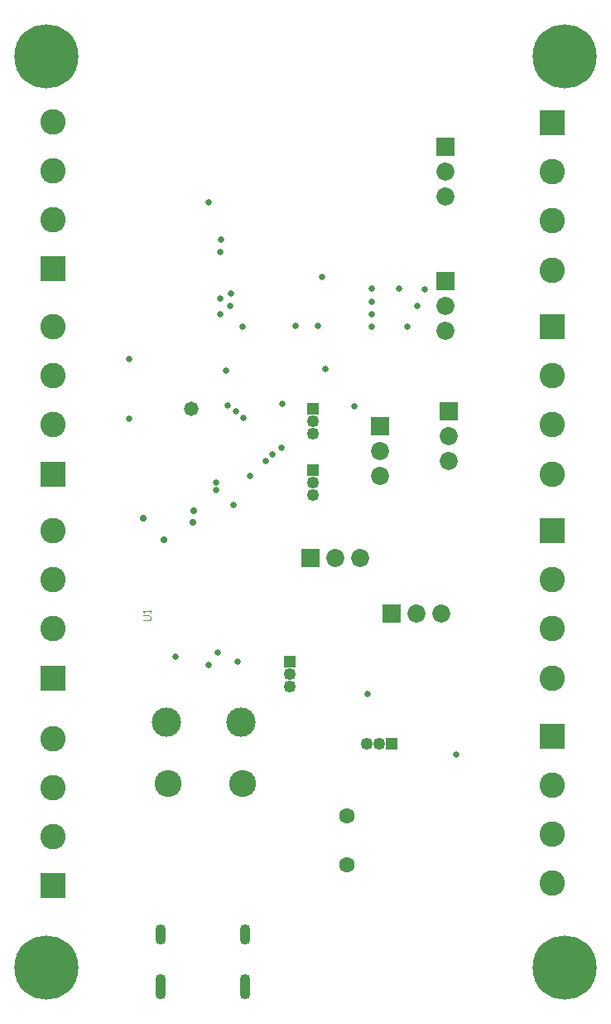
<source format=gbs>
G04*
G04 #@! TF.GenerationSoftware,Altium Limited,Altium Designer,22.7.1 (60)*
G04*
G04 Layer_Color=16711935*
%FSLAX25Y25*%
%MOIN*%
G70*
G04*
G04 #@! TF.SameCoordinates,2BF9A078-D696-49FA-A729-B53DB30398E2*
G04*
G04*
G04 #@! TF.FilePolarity,Negative*
G04*
G01*
G75*
%ADD16C,0.00394*%
%ADD40C,0.10249*%
%ADD41R,0.10249X0.10249*%
%ADD42C,0.25800*%
%ADD43R,0.07284X0.07284*%
%ADD44C,0.07284*%
%ADD45C,0.11800*%
%ADD46R,0.07284X0.07284*%
%ADD47R,0.04934X0.04934*%
%ADD48C,0.04934*%
%ADD49R,0.04934X0.04934*%
%ADD50C,0.10800*%
%ADD51C,0.06312*%
G04:AMPARAMS|DCode=52|XSize=43.31mil|YSize=102.36mil|CornerRadius=21.65mil|HoleSize=0mil|Usage=FLASHONLY|Rotation=0.000|XOffset=0mil|YOffset=0mil|HoleType=Round|Shape=RoundedRectangle|*
%AMROUNDEDRECTD52*
21,1,0.04331,0.05906,0,0,0.0*
21,1,0.00000,0.10236,0,0,0.0*
1,1,0.04331,0.00000,-0.02953*
1,1,0.04331,0.00000,-0.02953*
1,1,0.04331,0.00000,0.02953*
1,1,0.04331,0.00000,0.02953*
%
%ADD52ROUNDEDRECTD52*%
G04:AMPARAMS|DCode=53|XSize=43.31mil|YSize=82.68mil|CornerRadius=21.65mil|HoleSize=0mil|Usage=FLASHONLY|Rotation=0.000|XOffset=0mil|YOffset=0mil|HoleType=Round|Shape=RoundedRectangle|*
%AMROUNDEDRECTD53*
21,1,0.04331,0.03937,0,0,0.0*
21,1,0.00000,0.08268,0,0,0.0*
1,1,0.04331,0.00000,-0.01968*
1,1,0.04331,0.00000,-0.01968*
1,1,0.04331,0.00000,0.01968*
1,1,0.04331,0.00000,0.01968*
%
%ADD53ROUNDEDRECTD53*%
%ADD54C,0.02572*%
%ADD55C,0.02800*%
%ADD56C,0.05800*%
D16*
X156851Y226000D02*
X159475D01*
X160000Y226525D01*
Y227574D01*
X159475Y228099D01*
X156851D01*
X160000Y229149D02*
Y230198D01*
Y229673D01*
X156851D01*
X157376Y229149D01*
D40*
X321728Y120472D02*
D03*
Y140157D02*
D03*
Y159843D02*
D03*
Y366972D02*
D03*
Y386658D02*
D03*
Y406343D02*
D03*
Y284972D02*
D03*
Y304658D02*
D03*
Y324342D02*
D03*
Y202972D02*
D03*
Y222657D02*
D03*
Y242342D02*
D03*
X120772Y426528D02*
D03*
Y406843D02*
D03*
Y387158D02*
D03*
Y344028D02*
D03*
Y324342D02*
D03*
Y304658D02*
D03*
Y262028D02*
D03*
Y242342D02*
D03*
Y222657D02*
D03*
Y178528D02*
D03*
Y158843D02*
D03*
Y139157D02*
D03*
D41*
X321728Y179528D02*
D03*
Y426028D02*
D03*
Y344028D02*
D03*
Y262028D02*
D03*
X120772Y367472D02*
D03*
Y284972D02*
D03*
Y202972D02*
D03*
Y119472D02*
D03*
D42*
X326772Y86614D02*
D03*
X118110D02*
D03*
X326772Y452756D02*
D03*
X118110D02*
D03*
D43*
X257000Y228724D02*
D03*
X224500Y251224D02*
D03*
D44*
X267000Y228724D02*
D03*
X277000D02*
D03*
X252500Y284000D02*
D03*
Y294000D02*
D03*
X244500Y251224D02*
D03*
X234500D02*
D03*
X280000Y290000D02*
D03*
Y300000D02*
D03*
X278724Y342500D02*
D03*
Y352500D02*
D03*
Y396500D02*
D03*
Y406500D02*
D03*
D45*
X196500Y185000D02*
D03*
X166500D02*
D03*
D46*
X252500Y304000D02*
D03*
X280000Y310000D02*
D03*
X278724Y362500D02*
D03*
Y416500D02*
D03*
D47*
X225500Y286500D02*
D03*
Y311000D02*
D03*
X216000Y209500D02*
D03*
D48*
X225500Y281500D02*
D03*
Y276500D02*
D03*
Y306000D02*
D03*
Y301000D02*
D03*
X252000Y176500D02*
D03*
X247000D02*
D03*
X216000Y204500D02*
D03*
Y199500D02*
D03*
D49*
X257000Y176500D02*
D03*
D50*
X167000Y160500D02*
D03*
X197000D02*
D03*
D51*
X239000Y147343D02*
D03*
Y127657D02*
D03*
D52*
X198110Y78740D02*
D03*
X164094D02*
D03*
D53*
X198110Y99843D02*
D03*
X164094D02*
D03*
D54*
X188000Y349000D02*
D03*
X186500Y278500D02*
D03*
Y281500D02*
D03*
X193500Y272500D02*
D03*
X200000Y284000D02*
D03*
X206500Y290000D02*
D03*
X208954Y292954D02*
D03*
X212986Y313000D02*
D03*
X212546Y295546D02*
D03*
X197500Y307500D02*
D03*
X194500Y310000D02*
D03*
X191000Y312500D02*
D03*
X247500Y196500D02*
D03*
X283000Y172000D02*
D03*
X227500Y344500D02*
D03*
X260000Y359500D02*
D03*
X187000Y213000D02*
D03*
X170000Y211500D02*
D03*
X151500Y331000D02*
D03*
Y307000D02*
D03*
X192500Y357500D02*
D03*
X188000Y355500D02*
D03*
X192000Y352500D02*
D03*
X183500Y394000D02*
D03*
X229000Y364000D02*
D03*
X218500Y344500D02*
D03*
X242000Y312000D02*
D03*
X190500Y326500D02*
D03*
X197000Y344000D02*
D03*
X188500Y379000D02*
D03*
X188000Y374000D02*
D03*
X195000Y209500D02*
D03*
X183500Y208000D02*
D03*
X230500Y327000D02*
D03*
X263500Y344000D02*
D03*
X249000D02*
D03*
Y359500D02*
D03*
X270500Y359000D02*
D03*
X249000Y349000D02*
D03*
X267500Y352500D02*
D03*
X249000Y354000D02*
D03*
D55*
X177500Y270000D02*
D03*
X177000Y265500D02*
D03*
X165500Y258500D02*
D03*
X157000Y267000D02*
D03*
D56*
X176500Y311000D02*
D03*
M02*

</source>
